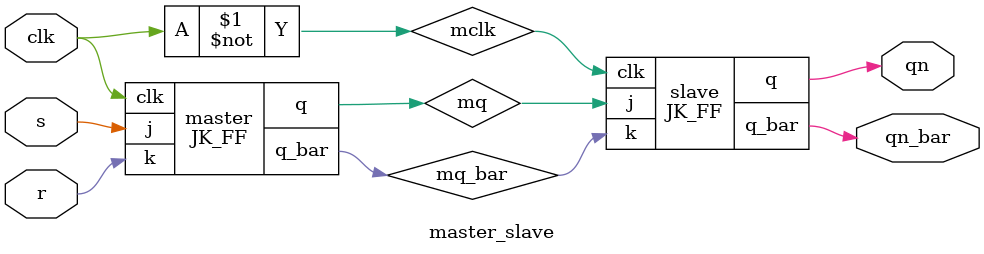
<source format=v>
`timescale 1ns / 1ps


module JK_FF(
    input j,
    input k,
    input clk,
    output reg q,
    output q_bar
    );
    assign q_bar=~q;
    always@(posedge clk)
    begin
    case({j,k})
    2'b00: q<=q;
    2'b01: q<=0;
    2'b10: q<=1;
    2'b11: q<=~q;
    endcase
    end
endmodule

module master_slave(
    input s,r,clk,
    output qn,qn_bar
    );
    wire mq;
    wire mq_bar;
    wire mclk;
    assign mclk=~clk;
    JK_FF master(s,r,clk,mq,mq_bar);
    JK_FF slave(mq,mq_bar,mclk,qn,qn_bar);
   endmodule    

</source>
